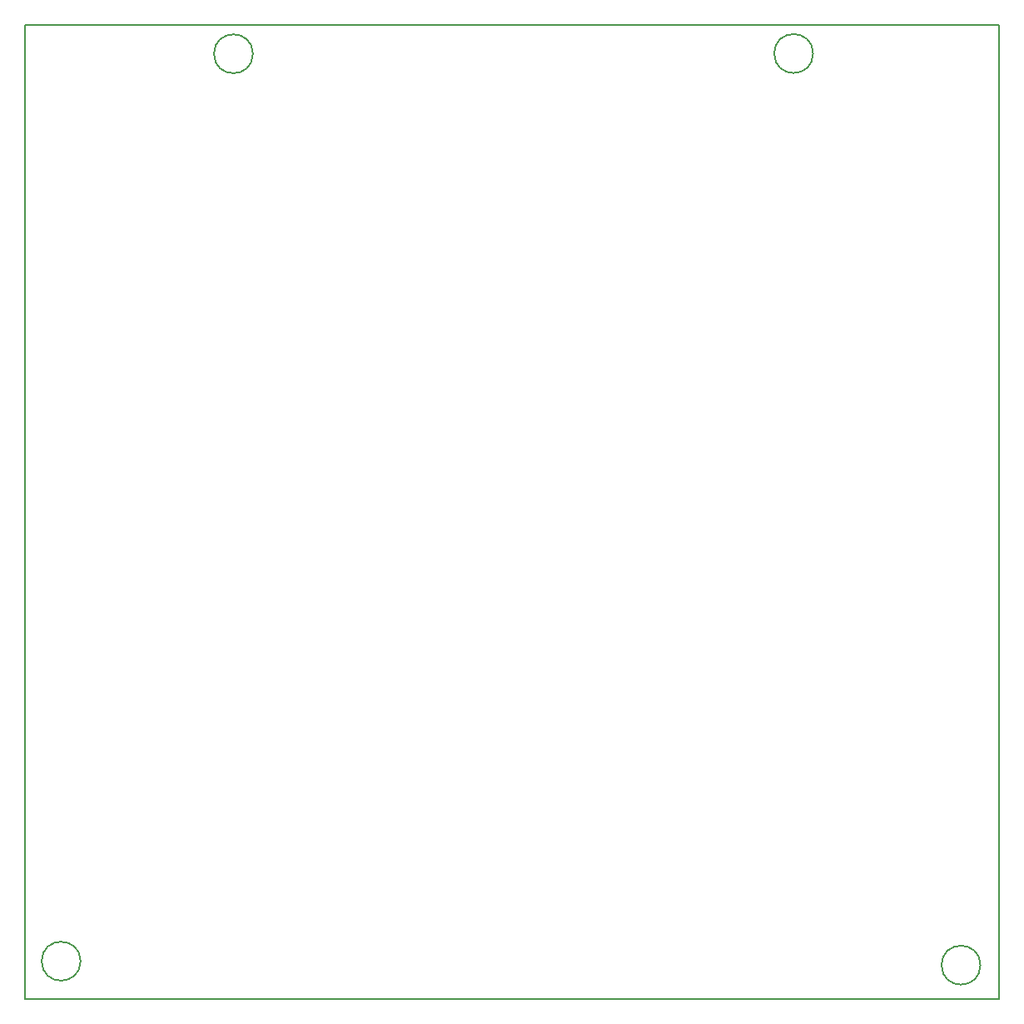
<source format=gbr>
G04 #@! TF.FileFunction,Profile,NP*
%FSLAX46Y46*%
G04 Gerber Fmt 4.6, Leading zero omitted, Abs format (unit mm)*
G04 Created by KiCad (PCBNEW 4.0.4-stable) date Mon May  7 18:28:06 2018*
%MOMM*%
%LPD*%
G01*
G04 APERTURE LIST*
%ADD10C,0.100000*%
%ADD11C,0.150000*%
G04 APERTURE END LIST*
D10*
D11*
X68881704Y-19456400D02*
G75*
G03X68881704Y-19456400I-1978104J0D01*
G01*
X125853904Y-19431000D02*
G75*
G03X125853904Y-19431000I-1978104J0D01*
G01*
X142871904Y-112141000D02*
G75*
G03X142871904Y-112141000I-1978104J0D01*
G01*
X51355704Y-111734600D02*
G75*
G03X51355704Y-111734600I-1978104J0D01*
G01*
X144780000Y-115570000D02*
X45720000Y-115570000D01*
X144780000Y-16510000D02*
X144780000Y-115570000D01*
X45720000Y-16510000D02*
X144780000Y-16510000D01*
X45720000Y-115570000D02*
X45720000Y-16510000D01*
M02*

</source>
